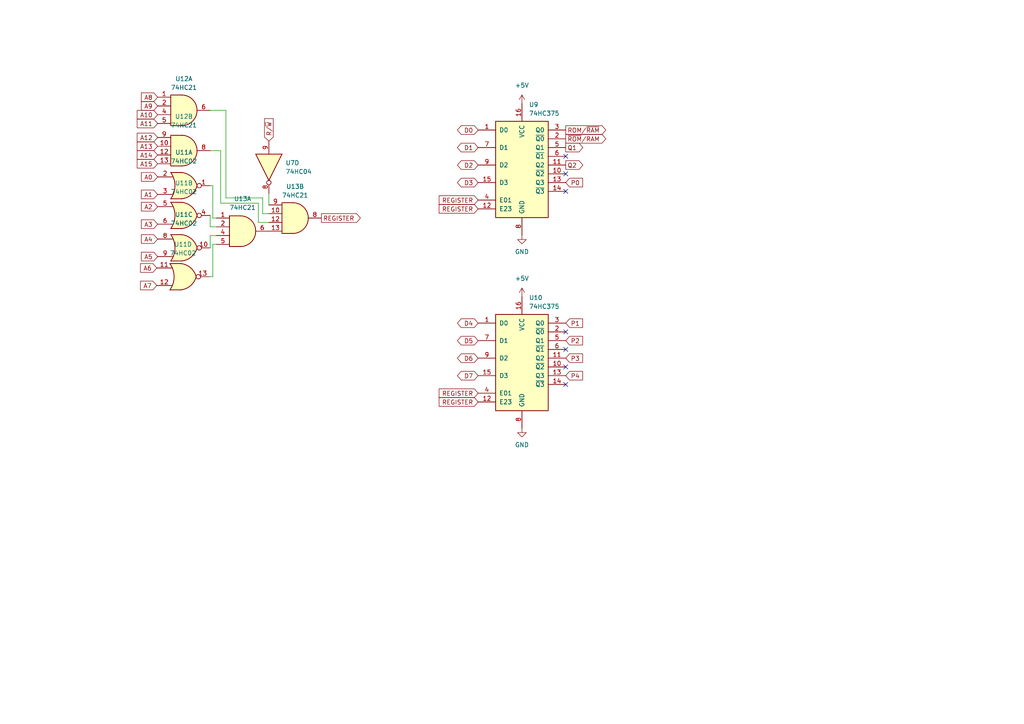
<source format=kicad_sch>
(kicad_sch (version 20211123) (generator eeschema)
  (paper "A4")
  (lib_symbols
    (symbol "74xx:74HC04"
      (property "Reference" "U" (at 0 1.27 0))
      (property "Value" "74HC04" (at 0 -1.27 0))
      (symbol "74HC04_1_0"
        (polyline (pts (xy -3.81 3.81) (xy -3.81 -3.81) (xy 3.81 0) (xy -3.81 3.81)) (stroke (width 0.254)) (fill (type background)))
        (pin input line (at -7.62 0 0) (length 3.81) (name "~") (number "1"))
        (pin output inverted (at 7.62 0 180) (length 3.81) (name "~") (number "2"))
      )
      (symbol "74HC04_2_0"
        (polyline (pts (xy -3.81 3.81) (xy -3.81 -3.81) (xy 3.81 0) (xy -3.81 3.81)) (stroke (width 0.254)) (fill (type background)))
        (pin input line (at -7.62 0 0) (length 3.81) (name "~") (number "3"))
        (pin output inverted (at 7.62 0 180) (length 3.81) (name "~") (number "4"))
      )
      (symbol "74HC04_3_0"
        (polyline (pts (xy -3.81 3.81) (xy -3.81 -3.81) (xy 3.81 0) (xy -3.81 3.81)) (stroke (width 0.254)) (fill (type background)))
        (pin input line (at -7.62 0 0) (length 3.81) (name "~") (number "5"))
        (pin output inverted (at 7.62 0 180) (length 3.81) (name "~") (number "6"))
      )
      (symbol "74HC04_4_0"
        (polyline (pts (xy -3.81 3.81) (xy -3.81 -3.81) (xy 3.81 0) (xy -3.81 3.81)) (stroke (width 0.254)) (fill (type background)))
        (pin output inverted (at 7.62 0 180) (length 3.81) (name "~") (number "8"))
        (pin input line (at -7.62 0 0) (length 3.81) (name "~") (number "9"))
      )
      (symbol "74HC04_5_0"
        (polyline (pts (xy -3.81 3.81) (xy -3.81 -3.81) (xy 3.81 0) (xy -3.81 3.81)) (stroke (width 0.254)) (fill (type background)))
        (pin output inverted (at 7.62 0 180) (length 3.81) (name "~") (number "10"))
        (pin input line (at -7.62 0 0) (length 3.81) (name "~") (number "11"))
      )
      (symbol "74HC04_6_0"
        (polyline (pts (xy -3.81 3.81) (xy -3.81 -3.81) (xy 3.81 0) (xy -3.81 3.81)) (stroke (width 0.254)) (fill (type background)))
        (pin output inverted (at 7.62 0 180) (length 3.81) (name "~") (number "12"))
        (pin input line (at -7.62 0 0) (length 3.81) (name "~") (number "13"))
      )
      (symbol "74HC04_7_0"
        (pin power_in line (at 0 12.7 270) (length 5.08) (name "VCC") (number "14"))
        (pin power_in line (at 0 -12.7 90) (length 5.08) (name "GND") (number "7"))
      )
      (symbol "74HC04_7_1"
        (rectangle (start -5.08 7.62) (end 5.08 -7.62) (stroke (width 0.254)) (fill (type background)))
      )
    )
    (symbol "74xx:74LS02" (pin_names (offset 1.016))
      (property "Reference" "U" (at 0 1.27 0))
      (property "Value" "74LS02" (at 0 -1.27 0))
      (symbol "74LS02_1_1"
        (arc (start -3.81 -3.81) (mid -2.589 0) (end -3.81 3.81) (stroke (width 0.254)))
        (arc (start -0.6096 -3.81) (mid 2.1855 -2.584) (end 3.81 0) (stroke (width 0.254)) (fill (type background)))
        (polyline (pts (xy -3.81 -3.81) (xy -0.635 -3.81)) (stroke (width 0.254)) (fill (type background)))
        (polyline (pts (xy -3.81 3.81) (xy -0.635 3.81)) (stroke (width 0.254)) (fill (type background)))
        (polyline (pts (xy -0.635 3.81) (xy -3.81 3.81) (xy -3.81 3.81) (xy -3.556 3.4036) (xy -3.0226 2.2606) (xy -2.6924 1.0414) (xy -2.6162 -0.254) (xy -2.7686 -1.4986) (xy -3.175 -2.7178) (xy -3.81 -3.81) (xy -3.81 -3.81) (xy -0.635 -3.81)) (stroke (width -25.4)) (fill (type background)))
        (arc (start 3.81 0) (mid 2.1928 2.5925) (end -0.6096 3.81) (stroke (width 0.254)) (fill (type background)))
        (pin output inverted (at 7.62 0 180) (length 3.81) (name "~") (number "1"))
        (pin input line (at -7.62 2.54 0) (length 4.318) (name "~") (number "2"))
        (pin input line (at -7.62 -2.54 0) (length 4.318) (name "~") (number "3"))
      )
      (symbol "74LS02_1_2"
        (arc (start 0 -3.81) (mid 3.81 0) (end 0 3.81) (stroke (width 0.254)) (fill (type background)))
        (polyline (pts (xy 0 3.81) (xy -3.81 3.81) (xy -3.81 -3.81) (xy 0 -3.81)) (stroke (width 0.254)) (fill (type background)))
        (pin output line (at 7.62 0 180) (length 3.81) (name "~") (number "1"))
        (pin input inverted (at -7.62 2.54 0) (length 3.81) (name "~") (number "2"))
        (pin input inverted (at -7.62 -2.54 0) (length 3.81) (name "~") (number "3"))
      )
      (symbol "74LS02_2_1"
        (arc (start -3.81 -3.81) (mid -2.589 0) (end -3.81 3.81) (stroke (width 0.254)))
        (arc (start -0.6096 -3.81) (mid 2.1855 -2.584) (end 3.81 0) (stroke (width 0.254)) (fill (type background)))
        (polyline (pts (xy -3.81 -3.81) (xy -0.635 -3.81)) (stroke (width 0.254)) (fill (type background)))
        (polyline (pts (xy -3.81 3.81) (xy -0.635 3.81)) (stroke (width 0.254)) (fill (type background)))
        (polyline (pts (xy -0.635 3.81) (xy -3.81 3.81) (xy -3.81 3.81) (xy -3.556 3.4036) (xy -3.0226 2.2606) (xy -2.6924 1.0414) (xy -2.6162 -0.254) (xy -2.7686 -1.4986) (xy -3.175 -2.7178) (xy -3.81 -3.81) (xy -3.81 -3.81) (xy -0.635 -3.81)) (stroke (width -25.4)) (fill (type background)))
        (arc (start 3.81 0) (mid 2.1928 2.5925) (end -0.6096 3.81) (stroke (width 0.254)) (fill (type background)))
        (pin output inverted (at 7.62 0 180) (length 3.81) (name "~") (number "4"))
        (pin input line (at -7.62 2.54 0) (length 4.318) (name "~") (number "5"))
        (pin input line (at -7.62 -2.54 0) (length 4.318) (name "~") (number "6"))
      )
      (symbol "74LS02_2_2"
        (arc (start 0 -3.81) (mid 3.81 0) (end 0 3.81) (stroke (width 0.254)) (fill (type background)))
        (polyline (pts (xy 0 3.81) (xy -3.81 3.81) (xy -3.81 -3.81) (xy 0 -3.81)) (stroke (width 0.254)) (fill (type background)))
        (pin output line (at 7.62 0 180) (length 3.81) (name "~") (number "4"))
        (pin input inverted (at -7.62 2.54 0) (length 3.81) (name "~") (number "5"))
        (pin input inverted (at -7.62 -2.54 0) (length 3.81) (name "~") (number "6"))
      )
      (symbol "74LS02_3_1"
        (arc (start -3.81 -3.81) (mid -2.589 0) (end -3.81 3.81) (stroke (width 0.254)))
        (arc (start -0.6096 -3.81) (mid 2.1855 -2.584) (end 3.81 0) (stroke (width 0.254)) (fill (type background)))
        (polyline (pts (xy -3.81 -3.81) (xy -0.635 -3.81)) (stroke (width 0.254)) (fill (type background)))
        (polyline (pts (xy -3.81 3.81) (xy -0.635 3.81)) (stroke (width 0.254)) (fill (type background)))
        (polyline (pts (xy -0.635 3.81) (xy -3.81 3.81) (xy -3.81 3.81) (xy -3.556 3.4036) (xy -3.0226 2.2606) (xy -2.6924 1.0414) (xy -2.6162 -0.254) (xy -2.7686 -1.4986) (xy -3.175 -2.7178) (xy -3.81 -3.81) (xy -3.81 -3.81) (xy -0.635 -3.81)) (stroke (width -25.4)) (fill (type background)))
        (arc (start 3.81 0) (mid 2.1928 2.5925) (end -0.6096 3.81) (stroke (width 0.254)) (fill (type background)))
        (pin output inverted (at 7.62 0 180) (length 3.81) (name "~") (number "10"))
        (pin input line (at -7.62 2.54 0) (length 4.318) (name "~") (number "8"))
        (pin input line (at -7.62 -2.54 0) (length 4.318) (name "~") (number "9"))
      )
      (symbol "74LS02_3_2"
        (arc (start 0 -3.81) (mid 3.81 0) (end 0 3.81) (stroke (width 0.254)) (fill (type background)))
        (polyline (pts (xy 0 3.81) (xy -3.81 3.81) (xy -3.81 -3.81) (xy 0 -3.81)) (stroke (width 0.254)) (fill (type background)))
        (pin output line (at 7.62 0 180) (length 3.81) (name "~") (number "10"))
        (pin input inverted (at -7.62 2.54 0) (length 3.81) (name "~") (number "8"))
        (pin input inverted (at -7.62 -2.54 0) (length 3.81) (name "~") (number "9"))
      )
      (symbol "74LS02_4_1"
        (arc (start -3.81 -3.81) (mid -2.589 0) (end -3.81 3.81) (stroke (width 0.254)))
        (arc (start -0.6096 -3.81) (mid 2.1855 -2.584) (end 3.81 0) (stroke (width 0.254)) (fill (type background)))
        (polyline (pts (xy -3.81 -3.81) (xy -0.635 -3.81)) (stroke (width 0.254)) (fill (type background)))
        (polyline (pts (xy -3.81 3.81) (xy -0.635 3.81)) (stroke (width 0.254)) (fill (type background)))
        (polyline (pts (xy -0.635 3.81) (xy -3.81 3.81) (xy -3.81 3.81) (xy -3.556 3.4036) (xy -3.0226 2.2606) (xy -2.6924 1.0414) (xy -2.6162 -0.254) (xy -2.7686 -1.4986) (xy -3.175 -2.7178) (xy -3.81 -3.81) (xy -3.81 -3.81) (xy -0.635 -3.81)) (stroke (width -25.4)) (fill (type background)))
        (arc (start 3.81 0) (mid 2.1928 2.5925) (end -0.6096 3.81) (stroke (width 0.254)) (fill (type background)))
        (pin input line (at -7.62 2.54 0) (length 4.318) (name "~") (number "11"))
        (pin input line (at -7.62 -2.54 0) (length 4.318) (name "~") (number "12"))
        (pin output inverted (at 7.62 0 180) (length 3.81) (name "~") (number "13"))
      )
      (symbol "74LS02_4_2"
        (arc (start 0 -3.81) (mid 3.81 0) (end 0 3.81) (stroke (width 0.254)) (fill (type background)))
        (polyline (pts (xy 0 3.81) (xy -3.81 3.81) (xy -3.81 -3.81) (xy 0 -3.81)) (stroke (width 0.254)) (fill (type background)))
        (pin input inverted (at -7.62 2.54 0) (length 3.81) (name "~") (number "11"))
        (pin input inverted (at -7.62 -2.54 0) (length 3.81) (name "~") (number "12"))
        (pin output line (at 7.62 0 180) (length 3.81) (name "~") (number "13"))
      )
      (symbol "74LS02_5_0"
        (pin power_in line (at 0 12.7 270) (length 5.08) (name "VCC") (number "14"))
        (pin power_in line (at 0 -12.7 90) (length 5.08) (name "GND") (number "7"))
      )
      (symbol "74LS02_5_1"
        (rectangle (start -5.08 7.62) (end 5.08 -7.62) (stroke (width 0.254)) (fill (type background)))
      )
    )
    (symbol "74xx:74LS21" (pin_names (offset 1.016))
      (property "Reference" "U" (at 0 1.27 0))
      (property "Value" "74LS21" (at 0 -1.27 0))
      (symbol "74LS21_1_1"
        (arc (start -0.635 -4.445) (mid 3.81 0) (end -0.635 4.445) (stroke (width 0.254)) (fill (type background)))
        (polyline (pts (xy -0.635 4.445) (xy -3.81 4.445) (xy -3.81 -4.445) (xy -0.635 -4.445)) (stroke (width 0.254)) (fill (type background)))
        (pin input line (at -7.62 3.81 0) (length 3.81) (name "~") (number "1"))
        (pin input line (at -7.62 1.27 0) (length 3.81) (name "~") (number "2"))
        (pin input line (at -7.62 -1.27 0) (length 3.81) (name "~") (number "4"))
        (pin input line (at -7.62 -3.81 0) (length 3.81) (name "~") (number "5"))
        (pin output line (at 7.62 0 180) (length 3.81) (name "~") (number "6"))
      )
      (symbol "74LS21_1_2"
        (arc (start -3.81 -4.445) (mid -2.5908 0) (end -3.81 4.445) (stroke (width 0.254)))
        (arc (start -0.6096 -4.445) (mid 2.224 -2.8428) (end 3.81 0) (stroke (width 0.254)) (fill (type background)))
        (polyline (pts (xy -3.81 -4.445) (xy -0.635 -4.445)) (stroke (width 0.254)) (fill (type background)))
        (polyline (pts (xy -3.81 4.445) (xy -0.635 4.445)) (stroke (width 0.254)) (fill (type background)))
        (polyline (pts (xy -0.635 4.445) (xy -3.81 4.445) (xy -3.81 4.445) (xy -3.6322 4.0894) (xy -3.0988 2.921) (xy -2.7686 1.6764) (xy -2.6162 0.4318) (xy -2.6416 -0.8636) (xy -2.8702 -2.1082) (xy -3.2512 -3.3274) (xy -3.81 -4.445) (xy -3.81 -4.445) (xy -0.635 -4.445)) (stroke (width -25.4)) (fill (type background)))
        (arc (start 3.81 0) (mid 2.2198 2.8385) (end -0.6096 4.445) (stroke (width 0.254)) (fill (type background)))
        (pin input inverted (at -7.62 3.81 0) (length 3.81) (name "~") (number "1"))
        (pin input inverted (at -7.62 1.27 0) (length 4.826) (name "~") (number "2"))
        (pin input inverted (at -7.62 -1.27 0) (length 4.826) (name "~") (number "4"))
        (pin input inverted (at -7.62 -3.81 0) (length 3.81) (name "~") (number "5"))
        (pin output inverted (at 7.62 0 180) (length 3.81) (name "~") (number "6"))
      )
      (symbol "74LS21_2_1"
        (arc (start -0.635 -4.445) (mid 3.81 0) (end -0.635 4.445) (stroke (width 0.254)) (fill (type background)))
        (polyline (pts (xy -0.635 4.445) (xy -3.81 4.445) (xy -3.81 -4.445) (xy -0.635 -4.445)) (stroke (width 0.254)) (fill (type background)))
        (pin input line (at -7.62 1.27 0) (length 3.81) (name "~") (number "10"))
        (pin input line (at -7.62 -1.27 0) (length 3.81) (name "~") (number "12"))
        (pin input line (at -7.62 -3.81 0) (length 3.81) (name "~") (number "13"))
        (pin output line (at 7.62 0 180) (length 3.81) (name "~") (number "8"))
        (pin input line (at -7.62 3.81 0) (length 3.81) (name "~") (number "9"))
      )
      (symbol "74LS21_2_2"
        (arc (start -3.81 -4.445) (mid -2.5908 0) (end -3.81 4.445) (stroke (width 0.254)))
        (arc (start -0.6096 -4.445) (mid 2.224 -2.8428) (end 3.81 0) (stroke (width 0.254)) (fill (type background)))
        (polyline (pts (xy -3.81 -4.445) (xy -0.635 -4.445)) (stroke (width 0.254)) (fill (type background)))
        (polyline (pts (xy -3.81 4.445) (xy -0.635 4.445)) (stroke (width 0.254)) (fill (type background)))
        (polyline (pts (xy -0.635 4.445) (xy -3.81 4.445) (xy -3.81 4.445) (xy -3.6322 4.0894) (xy -3.0988 2.921) (xy -2.7686 1.6764) (xy -2.6162 0.4318) (xy -2.6416 -0.8636) (xy -2.8702 -2.1082) (xy -3.2512 -3.3274) (xy -3.81 -4.445) (xy -3.81 -4.445) (xy -0.635 -4.445)) (stroke (width -25.4)) (fill (type background)))
        (arc (start 3.81 0) (mid 2.2198 2.8385) (end -0.6096 4.445) (stroke (width 0.254)) (fill (type background)))
        (pin input inverted (at -7.62 1.27 0) (length 4.826) (name "~") (number "10"))
        (pin input inverted (at -7.62 -1.27 0) (length 4.826) (name "~") (number "12"))
        (pin input inverted (at -7.62 -3.81 0) (length 3.81) (name "~") (number "13"))
        (pin output inverted (at 7.62 0 180) (length 3.81) (name "~") (number "8"))
        (pin input inverted (at -7.62 3.81 0) (length 3.81) (name "~") (number "9"))
      )
      (symbol "74LS21_3_0"
        (pin power_in line (at 0 12.7 270) (length 5.08) (name "VCC") (number "14"))
        (pin power_in line (at 0 -12.7 90) (length 5.08) (name "GND") (number "7"))
      )
      (symbol "74LS21_3_1"
        (rectangle (start -5.08 7.62) (end 5.08 -7.62) (stroke (width 0.254)) (fill (type background)))
      )
    )
    (symbol "74xx:74LS375" (pin_names (offset 1.016))
      (property "Reference" "U" (at -7.62 13.97 0))
      (property "Value" "74LS375" (at -7.62 -16.51 0))
      (symbol "74LS375_1_0"
        (pin input line (at -12.7 10.16 0) (length 5.08) (name "D0") (number "1"))
        (pin output line (at 12.7 -2.54 180) (length 5.08) (name "~{Q2}") (number "10"))
        (pin output line (at 12.7 0 180) (length 5.08) (name "Q2") (number "11"))
        (pin input line (at -12.7 -12.7 0) (length 5.08) (name "E23") (number "12"))
        (pin output line (at 12.7 -5.08 180) (length 5.08) (name "Q3") (number "13"))
        (pin output line (at 12.7 -7.62 180) (length 5.08) (name "~{Q3}") (number "14"))
        (pin input line (at -12.7 -5.08 0) (length 5.08) (name "D3") (number "15"))
        (pin power_in line (at 0 17.78 270) (length 5.08) (name "VCC") (number "16"))
        (pin output line (at 12.7 7.62 180) (length 5.08) (name "~{Q0}") (number "2"))
        (pin output line (at 12.7 10.16 180) (length 5.08) (name "Q0") (number "3"))
        (pin input line (at -12.7 -10.16 0) (length 5.08) (name "E01") (number "4"))
        (pin output line (at 12.7 5.08 180) (length 5.08) (name "Q1") (number "5"))
        (pin output line (at 12.7 2.54 180) (length 5.08) (name "~{Q1}") (number "6"))
        (pin input line (at -12.7 5.08 0) (length 5.08) (name "D1") (number "7"))
        (pin power_in line (at 0 -20.32 90) (length 5.08) (name "GND") (number "8"))
        (pin input line (at -12.7 0 0) (length 5.08) (name "D2") (number "9"))
      )
      (symbol "74LS375_1_1"
        (rectangle (start -7.62 12.7) (end 7.62 -15.24) (stroke (width 0.254)) (fill (type background)))
      )
    )
    (symbol "power:+5V" (power) (pin_names (offset 0))
      (property "Value" "+5V" (at 0 3.556 0))
      (symbol "+5V_0_1"
        (polyline (pts (xy -0.762 1.27) (xy 0 2.54)))
        (polyline (pts (xy 0 0) (xy 0 2.54)))
        (polyline (pts (xy 0 2.54) (xy 0.762 1.27)))
      )
      (symbol "+5V_1_1"
        (pin power_in line (at 0 0 90) (length 0) hide (name "+5V") (number "1"))
      )
    )
    (symbol "power:GND" (power) (pin_names (offset 0))
      (property "Value" "GND" (at 0 -3.81 0))
      (symbol "GND_0_1"
        (polyline (pts (xy 0 0) (xy 0 -1.27) (xy 1.27 -1.27) (xy 0 -2.54) (xy -1.27 -1.27) (xy 0 -1.27)))
      )
      (symbol "GND_1_1"
        (pin power_in line (at 0 0 270) (length 0) hide (name "GND") (number "1"))
      )
    )
  )
  (no_connect (at 164.084 50.419))
  (no_connect (at 164.084 111.506))
  (no_connect (at 164.084 55.499))
  (no_connect (at 164.084 101.346))
  (no_connect (at 164.084 96.266))
  (no_connect (at 164.084 45.339))
  (no_connect (at 164.084 106.426))
  (wire (pts (xy 61.722 53.848) (xy 61.722 63.246)))
  (wire (pts (xy 60.96 43.688) (xy 64.008 43.688)))
  (wire (pts (xy 61.722 70.866) (xy 62.738 70.866)))
  (wire (pts (xy 76.2 61.976) (xy 76.2 57.404)))
  (wire (pts (xy 77.978 61.976) (xy 76.2 61.976)))
  (wire (pts (xy 61.722 63.246) (xy 62.738 63.246)))
  (wire (pts (xy 60.96 62.484) (xy 60.96 65.786)))
  (wire (pts (xy 60.96 68.326) (xy 62.738 68.326)))
  (wire (pts (xy 64.008 58.928) (xy 74.93 58.928)))
  (wire (pts (xy 60.96 65.786) (xy 62.738 65.786)))
  (wire (pts (xy 60.706 80.264) (xy 61.722 80.264)))
  (wire (pts (xy 76.2 57.404) (xy 65.532 57.404)))
  (wire (pts (xy 64.008 43.688) (xy 64.008 58.928)))
  (wire (pts (xy 77.978 64.516) (xy 74.93 64.516)))
  (wire (pts (xy 65.532 32.004) (xy 60.96 32.004)))
  (wire (pts (xy 77.978 56.134) (xy 77.978 59.436)))
  (wire (pts (xy 60.96 71.882) (xy 60.96 68.326)))
  (wire (pts (xy 74.93 58.928) (xy 74.93 64.516)))
  (wire (pts (xy 61.722 80.264) (xy 61.722 70.866)))
  (wire (pts (xy 65.532 57.404) (xy 65.532 32.004)))
  (wire (pts (xy 60.96 53.848) (xy 61.722 53.848)))
  (global_label "R{slash}~{W}" (shape input) (at 77.978 40.894 90) (property "Intersheet References" "${INTERSHEET_REFS}" (effects hide)))
  (global_label "A10" (shape input) (at 45.72 33.274 180) (property "Intersheet References" "${INTERSHEET_REFS}" (effects hide)))
  (global_label "D1" (shape bidirectional) (at 138.684 42.799 180) (property "Intersheet References" "${INTERSHEET_REFS}" (effects hide)))
  (global_label "A6" (shape input) (at 45.466 77.724 180) (property "Intersheet References" "${INTERSHEET_REFS}" (effects hide)))
  (global_label "D6" (shape bidirectional) (at 138.684 103.886 180) (property "Intersheet References" "${INTERSHEET_REFS}" (effects hide)))
  (global_label "A0" (shape input) (at 45.72 51.308 180) (property "Intersheet References" "${INTERSHEET_REFS}" (effects hide)))
  (global_label "P3" (shape input) (at 164.084 103.886 0) (property "Intersheet References" "${INTERSHEET_REFS}" (effects hide)))
  (global_label "A7" (shape input) (at 45.466 82.804 180) (property "Intersheet References" "${INTERSHEET_REFS}" (effects hide)))
  (global_label "P2" (shape input) (at 164.084 98.806 0) (property "Intersheet References" "${INTERSHEET_REFS}" (effects hide)))
  (global_label "A4" (shape input) (at 45.72 69.342 180) (property "Intersheet References" "${INTERSHEET_REFS}" (effects hide)))
  (global_label "D7" (shape bidirectional) (at 138.684 108.966 180) (property "Intersheet References" "${INTERSHEET_REFS}" (effects hide)))
  (global_label "REGISTER" (shape input) (at 138.684 60.579 180) (property "Intersheet References" "${INTERSHEET_REFS}" (effects hide)))
  (global_label "A11" (shape input) (at 45.72 35.814 180) (property "Intersheet References" "${INTERSHEET_REFS}" (effects hide)))
  (global_label "A12" (shape input) (at 45.72 39.878 180) (property "Intersheet References" "${INTERSHEET_REFS}" (effects hide)))
  (global_label "A9" (shape input) (at 45.72 30.734 180) (property "Intersheet References" "${INTERSHEET_REFS}" (effects hide)))
  (global_label "A5" (shape input) (at 45.72 74.422 180) (property "Intersheet References" "${INTERSHEET_REFS}" (effects hide)))
  (global_label "ROM{slash}~{RAM}" (shape output) (at 164.084 37.719 0) (property "Intersheet References" "${INTERSHEET_REFS}" (effects hide)))
  (global_label "A8" (shape input) (at 45.72 28.194 180) (property "Intersheet References" "${INTERSHEET_REFS}" (effects hide)))
  (global_label "P1" (shape input) (at 164.084 93.726 0) (property "Intersheet References" "${INTERSHEET_REFS}" (effects hide)))
  (global_label "REGISTER" (shape input) (at 138.684 58.039 180) (property "Intersheet References" "${INTERSHEET_REFS}" (effects hide)))
  (global_label "A14" (shape input) (at 45.72 44.958 180) (property "Intersheet References" "${INTERSHEET_REFS}" (effects hide)))
  (global_label "Q1" (shape output) (at 164.084 42.799 0) (property "Intersheet References" "${INTERSHEET_REFS}" (effects hide)))
  (global_label "REGISTER" (shape input) (at 138.684 116.586 180) (property "Intersheet References" "${INTERSHEET_REFS}" (effects hide)))
  (global_label "REGISTER" (shape output) (at 93.218 63.246 0) (property "Intersheet References" "${INTERSHEET_REFS}" (effects hide)))
  (global_label "A13" (shape input) (at 45.72 42.418 180) (property "Intersheet References" "${INTERSHEET_REFS}" (effects hide)))
  (global_label "D3" (shape bidirectional) (at 138.684 52.959 180) (property "Intersheet References" "${INTERSHEET_REFS}" (effects hide)))
  (global_label "D2" (shape bidirectional) (at 138.684 47.879 180) (property "Intersheet References" "${INTERSHEET_REFS}" (effects hide)))
  (global_label "A1" (shape input) (at 45.72 56.388 180) (property "Intersheet References" "${INTERSHEET_REFS}" (effects hide)))
  (global_label "A15" (shape input) (at 45.72 47.498 180) (property "Intersheet References" "${INTERSHEET_REFS}" (effects hide)))
  (global_label "P0" (shape input) (at 164.084 52.959 0) (property "Intersheet References" "${INTERSHEET_REFS}" (effects hide)))
  (global_label "D0" (shape bidirectional) (at 138.684 37.719 180) (property "Intersheet References" "${INTERSHEET_REFS}" (effects hide)))
  (global_label "Q2" (shape output) (at 164.084 47.879 0) (property "Intersheet References" "${INTERSHEET_REFS}" (effects hide)))
  (global_label "A3" (shape input) (at 45.72 65.024 180) (property "Intersheet References" "${INTERSHEET_REFS}" (effects hide)))
  (global_label "~{ROM}{slash}RAM" (shape output) (at 164.084 40.259 0) (property "Intersheet References" "${INTERSHEET_REFS}" (effects hide)))
  (global_label "REGISTER" (shape input) (at 138.684 114.046 180) (property "Intersheet References" "${INTERSHEET_REFS}" (effects hide)))
  (global_label "D4" (shape bidirectional) (at 138.684 93.726 180) (property "Intersheet References" "${INTERSHEET_REFS}" (effects hide)))
  (global_label "A2" (shape input) (at 45.72 59.944 180) (property "Intersheet References" "${INTERSHEET_REFS}" (effects hide)))
  (global_label "P4" (shape input) (at 164.084 108.966 0) (property "Intersheet References" "${INTERSHEET_REFS}" (effects hide)))
  (global_label "D5" (shape bidirectional) (at 138.684 98.806 180) (property "Intersheet References" "${INTERSHEET_REFS}" (effects hide)))
  (symbol (lib_id "74xx:74LS21") (at 70.358 67.056 0) (unit 1)
    (property "Reference" "U13" (at 70.358 57.658 0))
    (property "Value" "74HC21" (at 70.358 60.198 0))
    (property "Footprint" "Package_SO:SO-14_3.9x8.65mm_P1.27mm" (effects hide))
    (property "Datasheet" "http://www.ti.com/lit/gpn/sn74LS21" (effects hide))
  )
  (symbol (lib_id "74xx:74LS02") (at 53.086 80.264 0) (unit 4)
    (property "Reference" "U11" (at 53.086 70.866 0))
    (property "Value" "74HC02" (at 53.086 73.406 0))
    (property "Footprint" "Package_SO:SO-14_3.9x8.65mm_P1.27mm" (effects hide))
    (property "Datasheet" "http://www.ti.com/lit/gpn/sn74ls02" (effects hide))
  )
  (symbol (lib_id "74xx:74LS02") (at 53.34 62.484 0) (unit 2)
    (property "Reference" "U11" (at 53.34 53.086 0))
    (property "Value" "74HC02" (at 53.34 55.626 0))
    (property "Footprint" "Package_SO:SO-14_3.9x8.65mm_P1.27mm" (effects hide))
    (property "Datasheet" "http://www.ti.com/lit/gpn/sn74ls02" (effects hide))
  )
  (symbol (lib_id "74xx:74LS375") (at 151.384 103.886 0) (unit 1)
    (property "Reference" "U10" (at 153.4034 86.36 0) (effects (justify left)))
    (property "Value" "74HC375" (at 153.4034 88.9 0) (effects (justify left)))
    (property "Footprint" "Package_SO:SO-16_3.9x9.9mm_P1.27mm" (effects hide))
    (property "Datasheet" "http://www.ti.com/lit/gpn/sn74LS375" (effects hide))
  )
  (symbol (lib_id "power:GND") (at 151.384 124.206 0) (unit 1)
    (property "Reference" "#PWR022" (effects hide))
    (property "Value" "GND" (at 151.384 129.032 0))
  )
  (symbol (lib_id "power:GND") (at 151.384 68.199 0) (unit 1)
    (property "Reference" "#PWR020" (effects hide))
    (property "Value" "GND" (at 151.384 73.025 0))
  )
  (symbol (lib_id "power:+5V") (at 151.384 30.099 0) (unit 1)
    (property "Reference" "#PWR019" (effects hide))
    (property "Value" "+5V" (at 151.384 24.765 0))
  )
  (symbol (lib_id "74xx:74LS375") (at 151.384 47.879 0) (unit 1)
    (property "Reference" "U9" (at 153.4034 30.353 0) (effects (justify left)))
    (property "Value" "74HC375" (at 153.4034 32.893 0) (effects (justify left)))
    (property "Footprint" "Package_SO:SO-16_3.9x9.9mm_P1.27mm" (effects hide))
    (property "Datasheet" "http://www.ti.com/lit/gpn/sn74LS375" (effects hide))
  )
  (symbol (lib_id "74xx:74HC04") (at 77.978 48.514 270) (unit 4)
    (property "Reference" "U7" (at 82.804 47.2439 90) (effects (justify left)))
    (property "Value" "74HC04" (at 82.804 49.7839 90) (effects (justify left)))
    (property "Footprint" "Package_SO:SO-14_3.9x8.65mm_P1.27mm" (effects hide))
    (property "Datasheet" "https://assets.nexperia.com/documents/data-sheet/74HC_HCT04.pdf" (effects hide))
  )
  (symbol (lib_id "74xx:74LS21") (at 53.34 32.004 0) (unit 1)
    (property "Reference" "U12" (at 53.34 22.86 0))
    (property "Value" "74HC21" (at 53.34 25.4 0))
    (property "Footprint" "Package_SO:SO-14_3.9x8.65mm_P1.27mm" (effects hide))
    (property "Datasheet" "http://www.ti.com/lit/gpn/sn74LS21" (effects hide))
  )
  (symbol (lib_id "74xx:74LS02") (at 53.34 71.882 0) (unit 3)
    (property "Reference" "U11" (at 53.34 62.23 0))
    (property "Value" "74HC02" (at 53.34 64.77 0))
    (property "Footprint" "Package_SO:SO-14_3.9x8.65mm_P1.27mm" (effects hide))
    (property "Datasheet" "http://www.ti.com/lit/gpn/sn74ls02" (effects hide))
  )
  (symbol (lib_id "power:+5V") (at 151.384 86.106 0) (unit 1)
    (property "Reference" "#PWR021" (effects hide))
    (property "Value" "+5V" (at 151.384 80.772 0))
  )
  (symbol (lib_id "74xx:74LS02") (at 53.34 53.848 0) (unit 1)
    (property "Reference" "U11" (at 53.34 44.196 0))
    (property "Value" "74HC02" (at 53.34 46.736 0))
    (property "Footprint" "Package_SO:SO-14_3.9x8.65mm_P1.27mm" (effects hide))
    (property "Datasheet" "http://www.ti.com/lit/gpn/sn74ls02" (effects hide))
  )
  (symbol (lib_id "74xx:74LS21") (at 53.34 43.688 0) (unit 2)
    (property "Reference" "U12" (at 53.34 33.782 0))
    (property "Value" "74HC21" (at 53.34 36.322 0))
    (property "Footprint" "Package_SO:SO-14_3.9x8.65mm_P1.27mm" (effects hide))
    (property "Datasheet" "http://www.ti.com/lit/gpn/sn74LS21" (effects hide))
  )
  (symbol (lib_id "74xx:74LS21") (at 85.598 63.246 0) (unit 2)
    (property "Reference" "U13" (at 85.598 54.102 0))
    (property "Value" "74HC21" (at 85.598 56.642 0))
    (property "Footprint" "Package_SO:SO-14_3.9x8.65mm_P1.27mm" (effects hide))
    (property "Datasheet" "http://www.ti.com/lit/gpn/sn74LS21" (effects hide))
  )
)
</source>
